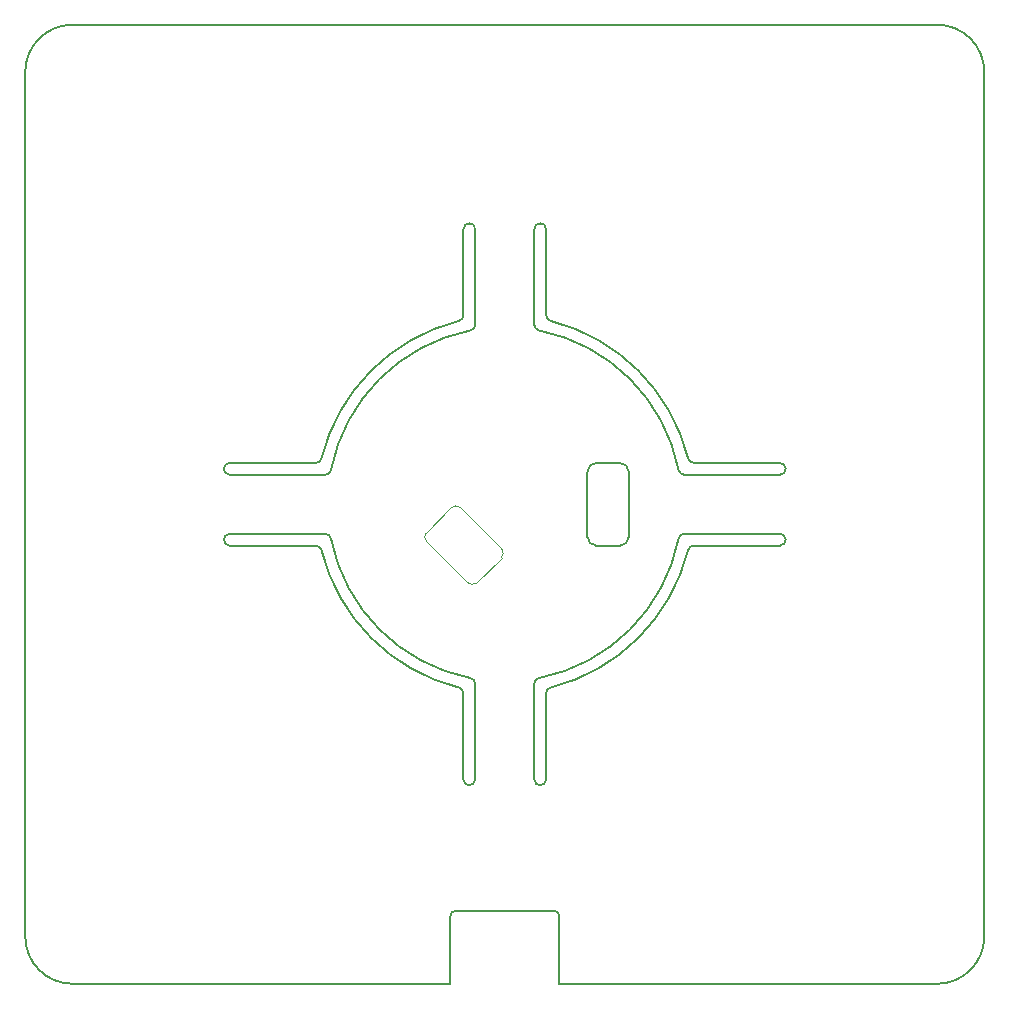
<source format=gbr>
%TF.GenerationSoftware,KiCad,Pcbnew,9.0.1*%
%TF.CreationDate,2025-04-25T15:08:37+02:00*%
%TF.ProjectId,view_base,76696577-5f62-4617-9365-2e6b69636164,0.1.0*%
%TF.SameCoordinates,Original*%
%TF.FileFunction,Profile,NP*%
%FSLAX46Y46*%
G04 Gerber Fmt 4.6, Leading zero omitted, Abs format (unit mm)*
G04 Created by KiCad (PCBNEW 9.0.1) date 2025-04-25 15:08:37*
%MOMM*%
%LPD*%
G01*
G04 APERTURE LIST*
%TA.AperFunction,Profile*%
%ADD10C,0.200000*%
%TD*%
%TA.AperFunction,Profile*%
%ADD11C,0.050000*%
%TD*%
G04 APERTURE END LIST*
D10*
X130793094Y-102499999D02*
X122709801Y-102499999D01*
X142500000Y-116007810D02*
X142500000Y-123290199D01*
X143500000Y-123290199D02*
X143500001Y-115206906D01*
X149499999Y-116007810D02*
G75*
G02*
X149878784Y-115522715I500001J10D01*
G01*
X143500000Y-123290199D02*
G75*
G02*
X142500000Y-123290199I-500000J0D01*
G01*
X160716360Y-102903226D02*
G75*
G02*
X148903225Y-114716360I-14716360J2903226D01*
G01*
X160716361Y-102903226D02*
G75*
G02*
X161206906Y-102500006I490539J-96774D01*
G01*
X161522725Y-103878788D02*
G75*
G02*
X149878787Y-115522725I-15522725J3878788D01*
G01*
X156499999Y-102750000D02*
G75*
G02*
X155749999Y-103499999I-749999J0D01*
G01*
X161522726Y-103878787D02*
G75*
G02*
X162007810Y-103500011I485074J-121213D01*
G01*
X156499999Y-102750000D02*
X156499999Y-97250001D01*
X169290199Y-96500001D02*
G75*
G02*
X169290199Y-97499999I1J-499999D01*
G01*
X149499999Y-123290199D02*
G75*
G02*
X148499999Y-123290199I-500000J0D01*
G01*
X149499999Y-123290199D02*
X149499999Y-116007810D01*
X155749999Y-96500001D02*
G75*
G02*
X156499999Y-97250001I1J-749999D01*
G01*
X155749999Y-96500001D02*
X153749999Y-96500001D01*
X152999999Y-97250001D02*
G75*
G02*
X153749999Y-96499999I750001J1D01*
G01*
X152999999Y-97250001D02*
X152999999Y-102750000D01*
X162007810Y-103500000D02*
X169290199Y-103500000D01*
X153749999Y-103500000D02*
G75*
G02*
X153000000Y-102750000I1J750000D01*
G01*
X148903226Y-85283640D02*
G75*
G02*
X160716360Y-97096775I-2903226J-14716360D01*
G01*
X161206906Y-97500001D02*
X169290199Y-97500001D01*
X142121212Y-115522725D02*
G75*
G02*
X130477275Y-103878787I3878788J15522725D01*
G01*
X161206906Y-97500002D02*
G75*
G02*
X160716353Y-97096776I-6J500002D01*
G01*
X148499998Y-115206906D02*
G75*
G02*
X148903224Y-114716353I500002J6D01*
G01*
X186600000Y-136599999D02*
G75*
G02*
X182600000Y-140600000I-4000000J-1D01*
G01*
X169290199Y-102500000D02*
X161206906Y-102500000D01*
X122709801Y-103499999D02*
G75*
G02*
X122709801Y-102500001I-1J499999D01*
G01*
X143096774Y-114716360D02*
G75*
G02*
X131283640Y-102903225I2903226J14716360D01*
G01*
X129992190Y-103499999D02*
G75*
G02*
X130477285Y-103878784I10J-500001D01*
G01*
X143096774Y-114716360D02*
G75*
G02*
X143499995Y-115206906I-96774J-490540D01*
G01*
X122709801Y-103499999D02*
X129992190Y-103499999D01*
X148499999Y-115206906D02*
X148499999Y-123290199D01*
X130793094Y-102499998D02*
G75*
G02*
X131283647Y-102903224I6J-500002D01*
G01*
X153749999Y-103500000D02*
X155749999Y-103500000D01*
X148903226Y-85283639D02*
G75*
G02*
X148500006Y-84793094I96774J490539D01*
G01*
X169290199Y-96500001D02*
X162007810Y-96500001D01*
X169290199Y-102500000D02*
G75*
G02*
X169290199Y-103500000I1J-500000D01*
G01*
X142121213Y-115522726D02*
G75*
G02*
X142499989Y-116007810I-121213J-485074D01*
G01*
X105400001Y-63400000D02*
G75*
G02*
X109400001Y-59400001I3999999J0D01*
G01*
X182600000Y-59400000D02*
G75*
G02*
X186600000Y-63400000I0J-4000000D01*
G01*
X105400001Y-136599999D02*
X105400001Y-63400000D01*
X182600000Y-140599999D02*
X150620000Y-140600000D01*
X141380000Y-140600000D02*
X109400001Y-140599999D01*
X109400001Y-140599999D02*
G75*
G02*
X105400001Y-136599999I-1J3999999D01*
G01*
X186600000Y-63400000D02*
X186600000Y-136599999D01*
X109400001Y-59400000D02*
X182600000Y-59400000D01*
X143500002Y-84793094D02*
G75*
G02*
X143096776Y-85283647I-500002J-6D01*
G01*
X149878788Y-84477275D02*
G75*
G02*
X161522725Y-96121213I-3878788J-15522725D01*
G01*
X149878787Y-84477274D02*
G75*
G02*
X149500011Y-83992190I121213J485074D01*
G01*
X148500000Y-76709801D02*
G75*
G02*
X149500000Y-76709801I500000J0D01*
G01*
X129992190Y-96500000D02*
X122709801Y-96500000D01*
X148500000Y-76709801D02*
X148500000Y-84793094D01*
X162007810Y-96500001D02*
G75*
G02*
X161522715Y-96121216I-10J500001D01*
G01*
X131283640Y-97096774D02*
G75*
G02*
X143096775Y-85283640I14716360J-2903226D01*
G01*
X142500001Y-76709801D02*
X142500001Y-83992190D01*
X149500000Y-83992190D02*
X149500000Y-76709801D01*
X122709801Y-97500000D02*
X130793094Y-97500000D01*
X142500001Y-83992190D02*
G75*
G02*
X142121216Y-84477285I-500001J-10D01*
G01*
X130477275Y-96121212D02*
G75*
G02*
X142121213Y-84477275I15522725J-3878788D01*
G01*
X122709801Y-97500000D02*
G75*
G02*
X122709801Y-96500000I-1J500000D01*
G01*
X131283638Y-97096775D02*
G75*
G02*
X130793094Y-97499993I-490538J96775D01*
G01*
X143500001Y-84793094D02*
X143500001Y-76709801D01*
X142500001Y-76709801D02*
G75*
G02*
X143500001Y-76709801I500000J0D01*
G01*
X130477274Y-96121213D02*
G75*
G02*
X129992190Y-96499989I-485074J121213D01*
G01*
%TO.C,J1*%
X141380000Y-140600000D02*
X141380000Y-134900000D01*
X141880000Y-134400000D02*
X150120000Y-134400000D01*
X150620000Y-140600000D02*
X150620000Y-134900000D01*
X141380000Y-134900000D02*
G75*
G02*
X141880000Y-134400000I500001J-1D01*
G01*
X150120000Y-134400000D02*
G75*
G02*
X150620000Y-134900000I0J-500000D01*
G01*
D11*
%TO.C,REF\u002A\u002A*%
X139360913Y-102396447D02*
X141482233Y-100275126D01*
X142896447Y-106639087D02*
X139360913Y-103103553D01*
X143603553Y-106639087D02*
X145724874Y-104517767D01*
X145724874Y-103810660D02*
X142189340Y-100275126D01*
X139360913Y-103103553D02*
G75*
G02*
X139360913Y-102396447I353553J353553D01*
G01*
X141482233Y-100275126D02*
G75*
G02*
X142189340Y-100275126I353553J-353554D01*
G01*
X143603553Y-106639087D02*
G75*
G02*
X142896447Y-106639087I-353553J353555D01*
G01*
X145724874Y-103810660D02*
G75*
G02*
X145724875Y-104517768I-353548J-353554D01*
G01*
%TD*%
M02*

</source>
